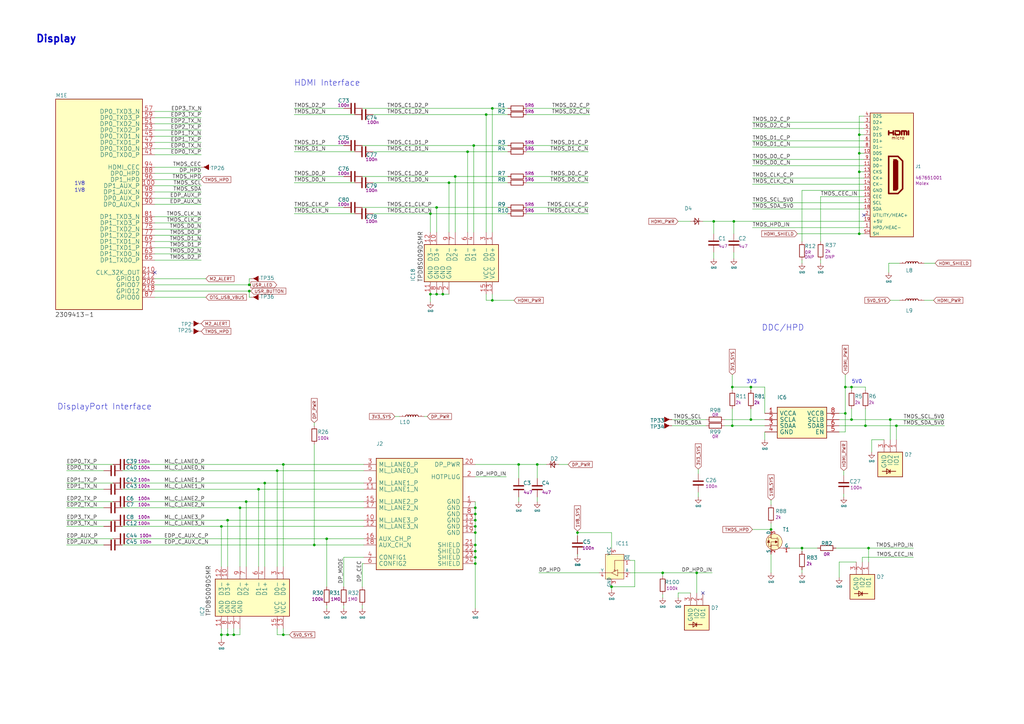
<source format=kicad_sch>
(kicad_sch (version 20211123) (generator eeschema)
  (paper "A3")
  (title_block (title "Jetson Nano Baseboard") (date "2022-02-04") (rev "1.5.1") (company "Antmicro Ltd") (comment 1 "www.antmicro.com") (comment 2 "Antmicro Ltd"))
  (junction (at 128.905 223.52))
  (junction (at 349.25 158.75))
  (junction (at 108.585 198.12))
  (junction (at 220.345 190.5))
  (junction (at 352.425 62.865))
  (junction (at 116.205 190.5))
  (junction (at 352.425 95.885))
  (junction (at 271.78 234.95))
  (junction (at 201.93 44.45))
  (junction (at 191.77 62.23))
  (junction (at 133.985 220.98))
  (junction (at 98.425 208.28))
  (junction (at 176.53 87.63))
  (junction (at 102.235 116.84))
  (junction (at 93.345 213.36))
  (junction (at 176.53 120.65))
  (junction (at 367.665 174.625))
  (junction (at 307.975 172.085))
  (junction (at 90.805 215.9))
  (junction (at 194.31 59.69))
  (junction (at 346.71 158.75))
  (junction (at 349.25 172.085))
  (junction (at 199.39 46.99))
  (junction (at 292.735 90.805))
  (junction (at 116.205 260.35))
  (junction (at 346.71 169.545))
  (junction (at 328.93 224.79))
  (junction (at 316.23 217.17))
  (junction (at 194.945 213.36))
  (junction (at 90.805 260.35))
  (junction (at 100.965 205.74))
  (junction (at 236.855 218.44))
  (junction (at 300.99 90.805))
  (junction (at 179.07 120.65))
  (junction (at 181.61 120.65))
  (junction (at 354.965 174.625))
  (junction (at 95.885 260.35))
  (junction (at 250.825 240.665))
  (junction (at 194.945 226.06))
  (junction (at 307.975 158.75))
  (junction (at 285.75 234.95))
  (junction (at 102.235 119.38))
  (junction (at 300.355 174.625))
  (junction (at 194.945 218.44))
  (junction (at 352.425 70.485))
  (junction (at 179.07 85.09))
  (junction (at 352.425 55.245))
  (junction (at 113.665 193.04))
  (junction (at 194.945 215.9))
  (junction (at 194.945 231.14))
  (junction (at 194.945 228.6))
  (junction (at 93.345 260.35))
  (junction (at 184.15 74.93))
  (junction (at 186.69 72.39))
  (junction (at 201.93 123.19))
  (junction (at 194.945 210.82))
  (junction (at 106.045 200.66))
  (junction (at 300.355 158.75))
  (junction (at 356.235 224.79))
  (junction (at 365.125 172.085))
  (junction (at 194.945 223.52))
  (junction (at 212.725 190.5))
  (junction (at 194.945 208.28))
  (no_connect (at 63.5 111.76))
  (no_connect (at 288.29 243.205))
  (no_connect (at 354.33 88.265))
  (wire (pts (xy 354.33 80.645) (xy 336.55 80.645)))
  (wire (pts (xy 95.885 260.35) (xy 98.425 260.35)))
  (wire (pts (xy 179.07 95.25) (xy 179.07 85.09)))
  (wire (pts (xy 149.225 213.36) (xy 93.345 213.36)))
  (wire (pts (xy 285.75 243.205) (xy 285.75 234.95)))
  (wire (pts (xy 344.17 172.085) (xy 349.25 172.085)))
  (wire (pts (xy 307.975 160.02) (xy 307.975 158.75)))
  (wire (pts (xy 220.345 196.215) (xy 220.345 190.5)))
  (wire (pts (xy 63.5 104.14) (xy 82.55 104.14)))
  (wire (pts (xy 186.69 72.39) (xy 208.28 72.39)))
  (wire (pts (xy 323.85 224.79) (xy 328.93 224.79)))
  (wire (pts (xy 352.425 55.245) (xy 352.425 62.865)))
  (wire (pts (xy 278.13 243.205) (xy 278.13 245.11)))
  (wire (pts (xy 63.5 93.98) (xy 82.55 93.98)))
  (wire (pts (xy 307.975 158.75) (xy 313.69 158.75)))
  (wire (pts (xy 283.21 243.205) (xy 278.13 243.205)))
  (wire (pts (xy 42.545 215.9) (xy 27.305 215.9)))
  (wire (pts (xy 346.71 177.165) (xy 344.17 177.165)))
  (wire (pts (xy 194.945 190.5) (xy 212.725 190.5)))
  (wire (pts (xy 349.25 158.75) (xy 354.965 158.75)))
  (wire (pts (xy 297.18 174.625) (xy 300.355 174.625)))
  (wire (pts (xy 354.965 174.625) (xy 367.665 174.625)))
  (wire (pts (xy 63.5 81.28) (xy 82.55 81.28)))
  (wire (pts (xy 116.205 190.5) (xy 53.975 190.5)))
  (wire (pts (xy 98.425 232.41) (xy 98.425 208.28)))
  (wire (pts (xy 102.87 121.92) (xy 102.235 121.92)))
  (wire (pts (xy 328.93 233.68) (xy 328.93 234.95)))
  (wire (pts (xy 344.17 169.545) (xy 346.71 169.545)))
  (wire (pts (xy 229.235 190.5) (xy 233.045 190.5)))
  (wire (pts (xy 186.69 95.25) (xy 186.69 72.39)))
  (wire (pts (xy 63.5 73.66) (xy 82.55 73.66)))
  (wire (pts (xy 356.235 224.79) (xy 374.65 224.79)))
  (wire (pts (xy 153.035 62.23) (xy 191.77 62.23)))
  (wire (pts (xy 300.99 90.805) (xy 354.33 90.805)))
  (wire (pts (xy 201.93 123.19) (xy 201.93 120.65)))
  (wire (pts (xy 308.61 217.17) (xy 316.23 217.17)))
  (wire (pts (xy 90.805 260.35) (xy 90.805 262.255)))
  (wire (pts (xy 292.735 90.805) (xy 300.99 90.805)))
  (wire (pts (xy 106.045 200.66) (xy 50.165 200.66)))
  (wire (pts (xy 63.5 88.9) (xy 82.55 88.9)))
  (wire (pts (xy 46.355 205.74) (xy 27.305 205.74)))
  (wire (pts (xy 236.855 218.44) (xy 236.855 219.71)))
  (wire (pts (xy 346.71 158.75) (xy 349.25 158.75)))
  (wire (pts (xy 102.235 114.3) (xy 102.235 116.84)))
  (wire (pts (xy 108.585 232.41) (xy 108.585 198.12)))
  (wire (pts (xy 260.35 229.87) (xy 260.35 240.665)))
  (wire (pts (xy 42.545 223.52) (xy 27.305 223.52)))
  (wire (pts (xy 271.78 234.95) (xy 285.75 234.95)))
  (wire (pts (xy 50.165 215.9) (xy 90.805 215.9)))
  (wire (pts (xy 63.5 76.2) (xy 82.55 76.2)))
  (wire (pts (xy 120.65 62.23) (xy 145.415 62.23)))
  (wire (pts (xy 95.885 260.35) (xy 95.885 257.81)))
  (wire (pts (xy 63.5 106.68) (xy 82.55 106.68)))
  (wire (pts (xy 63.5 83.82) (xy 82.55 83.82)))
  (wire (pts (xy 316.23 234.95) (xy 316.23 227.33)))
  (wire (pts (xy 140.97 85.09) (xy 120.65 85.09)))
  (wire (pts (xy 128.905 174.625) (xy 128.905 173.355)))
  (wire (pts (xy 292.735 95.885) (xy 292.735 90.805)))
  (wire (pts (xy 328.93 78.105) (xy 328.93 99.06)))
  (wire (pts (xy 220.345 190.5) (xy 224.155 190.5)))
  (wire (pts (xy 354.33 65.405) (xy 308.61 65.405)))
  (wire (pts (xy 354.33 75.565) (xy 308.61 75.565)))
  (wire (pts (xy 367.665 174.625) (xy 387.35 174.625)))
  (wire (pts (xy 93.345 213.36) (xy 53.975 213.36)))
  (wire (pts (xy 194.945 208.28) (xy 194.945 210.82)))
  (wire (pts (xy 236.855 227.33) (xy 236.855 227.965)))
  (wire (pts (xy 215.9 85.09) (xy 241.3 85.09)))
  (wire (pts (xy 250.825 240.665) (xy 250.825 241.935)))
  (wire (pts (xy 63.5 50.8) (xy 82.55 50.8)))
  (wire (pts (xy 356.235 230.505) (xy 356.235 224.79)))
  (wire (pts (xy 258.445 229.87) (xy 260.35 229.87)))
  (wire (pts (xy 364.49 107.95) (xy 364.49 111.76)))
  (wire (pts (xy 288.29 90.805) (xy 292.735 90.805)))
  (wire (pts (xy 352.425 70.485) (xy 352.425 95.885)))
  (wire (pts (xy 201.93 95.25) (xy 201.93 44.45)))
  (wire (pts (xy 176.53 95.25) (xy 176.53 87.63)))
  (wire (pts (xy 313.69 177.165) (xy 313.69 180.34)))
  (wire (pts (xy 148.59 248.285) (xy 148.59 249.555)))
  (wire (pts (xy 148.59 59.69) (xy 194.31 59.69)))
  (wire (pts (xy 145.415 87.63) (xy 120.65 87.63)))
  (wire (pts (xy 50.165 223.52) (xy 128.905 223.52)))
  (wire (pts (xy 194.945 213.36) (xy 194.945 215.9)))
  (wire (pts (xy 349.25 167.64) (xy 349.25 172.085)))
  (wire (pts (xy 300.355 153.67) (xy 300.355 158.75)))
  (wire (pts (xy 63.5 96.52) (xy 82.55 96.52)))
  (wire (pts (xy 148.59 44.45) (xy 201.93 44.45)))
  (wire (pts (xy 354.33 73.025) (xy 308.61 73.025)))
  (wire (pts (xy 176.53 87.63) (xy 208.28 87.63)))
  (wire (pts (xy 368.935 107.95) (xy 364.49 107.95)))
  (wire (pts (xy 140.97 44.45) (xy 120.65 44.45)))
  (wire (pts (xy 145.415 74.93) (xy 120.65 74.93)))
  (wire (pts (xy 379.095 123.19) (xy 382.905 123.19)))
  (wire (pts (xy 194.945 205.74) (xy 194.945 208.28)))
  (wire (pts (xy 215.9 62.23) (xy 241.3 62.23)))
  (wire (pts (xy 258.445 234.95) (xy 271.78 234.95)))
  (wire (pts (xy 328.93 107.95) (xy 328.93 106.68)))
  (wire (pts (xy 63.5 58.42) (xy 82.55 58.42)))
  (wire (pts (xy 102.235 116.84) (xy 102.87 116.84)))
  (wire (pts (xy 215.9 59.69) (xy 241.3 59.69)))
  (wire (pts (xy 63.5 116.84) (xy 102.235 116.84)))
  (wire (pts (xy 354.33 70.485) (xy 352.425 70.485)))
  (wire (pts (xy 354.33 50.165) (xy 308.61 50.165)))
  (wire (pts (xy 286.385 194.31) (xy 286.385 192.405)))
  (wire (pts (xy 63.5 119.38) (xy 102.235 119.38)))
  (wire (pts (xy 148.59 72.39) (xy 186.69 72.39)))
  (wire (pts (xy 212.725 190.5) (xy 220.345 190.5)))
  (wire (pts (xy 46.355 220.98) (xy 27.305 220.98)))
  (wire (pts (xy 140.97 228.6) (xy 140.97 240.665)))
  (wire (pts (xy 46.355 213.36) (xy 27.305 213.36)))
  (wire (pts (xy 145.415 46.99) (xy 120.65 46.99)))
  (wire (pts (xy 63.5 48.26) (xy 82.55 48.26)))
  (wire (pts (xy 275.59 174.625) (xy 289.56 174.625)))
  (wire (pts (xy 271.78 243.84) (xy 271.78 245.11)))
  (wire (pts (xy 53.975 198.12) (xy 108.585 198.12)))
  (wire (pts (xy 352.425 47.625) (xy 352.425 55.245)))
  (wire (pts (xy 173.99 170.815) (xy 175.26 170.815)))
  (wire (pts (xy 344.17 230.505) (xy 344.17 236.855)))
  (wire (pts (xy 212.725 205.74) (xy 212.725 203.835)))
  (wire (pts (xy 367.665 180.34) (xy 367.665 174.625)))
  (wire (pts (xy 149.225 228.6) (xy 140.97 228.6)))
  (wire (pts (xy 357.505 180.34) (xy 357.505 185.42)))
  (wire (pts (xy 194.31 59.69) (xy 208.28 59.69)))
  (wire (pts (xy 116.205 260.35) (xy 113.665 260.35)))
  (wire (pts (xy 215.9 87.63) (xy 241.3 87.63)))
  (wire (pts (xy 300.99 103.505) (xy 300.99 106.045)))
  (wire (pts (xy 354.33 85.725) (xy 308.61 85.725)))
  (wire (pts (xy 93.345 260.35) (xy 95.885 260.35)))
  (wire (pts (xy 63.5 55.88) (xy 82.55 55.88)))
  (wire (pts (xy 194.945 195.58) (xy 207.645 195.58)))
  (wire (pts (xy 278.13 90.805) (xy 283.21 90.805)))
  (wire (pts (xy 336.55 106.68) (xy 336.55 107.95)))
  (wire (pts (xy 42.545 200.66) (xy 27.305 200.66)))
  (wire (pts (xy 352.425 62.865) (xy 352.425 70.485)))
  (wire (pts (xy 215.9 46.99) (xy 241.935 46.99)))
  (wire (pts (xy 260.35 240.665) (xy 250.825 240.665)))
  (wire (pts (xy 102.235 119.38) (xy 102.87 119.38)))
  (wire (pts (xy 374.65 228.6) (xy 353.695 228.6)))
  (wire (pts (xy 93.345 232.41) (xy 93.345 213.36)))
  (wire (pts (xy 116.205 257.81) (xy 116.205 260.35)))
  (wire (pts (xy 201.93 44.45) (xy 208.28 44.45)))
  (wire (pts (xy 307.975 172.085) (xy 313.69 172.085)))
  (wire (pts (xy 271.78 236.22) (xy 271.78 234.95)))
  (wire (pts (xy 286.385 203.835) (xy 286.385 201.93)))
  (wire (pts (xy 215.9 72.39) (xy 241.3 72.39)))
  (wire (pts (xy 63.5 121.92) (xy 84.455 121.92)))
  (wire (pts (xy 153.035 87.63) (xy 176.53 87.63)))
  (wire (pts (xy 46.355 198.12) (xy 27.305 198.12)))
  (wire (pts (xy 316.23 214.63) (xy 316.23 217.17)))
  (wire (pts (xy 63.5 78.74) (xy 82.55 78.74)))
  (wire (pts (xy 90.805 257.81) (xy 90.805 260.35)))
  (wire (pts (xy 176.53 120.65) (xy 176.53 123.825)))
  (wire (pts (xy 300.355 158.75) (xy 307.975 158.75)))
  (wire (pts (xy 292.735 106.045) (xy 292.735 103.505)))
  (wire (pts (xy 148.59 85.09) (xy 179.07 85.09)))
  (wire (pts (xy 42.545 208.28) (xy 27.305 208.28)))
  (wire (pts (xy 352.425 95.885) (xy 327.025 95.885)))
  (wire (pts (xy 42.545 193.04) (xy 27.305 193.04)))
  (wire (pts (xy 113.665 193.04) (xy 50.165 193.04)))
  (wire (pts (xy 353.695 228.6) (xy 353.695 230.505)))
  (wire (pts (xy 133.985 220.98) (xy 133.985 240.665)))
  (wire (pts (xy 365.125 180.34) (xy 365.125 172.085)))
  (wire (pts (xy 63.5 53.34) (xy 82.55 53.34)))
  (wire (pts (xy 149.225 190.5) (xy 116.205 190.5)))
  (wire (pts (xy 346.075 203.835) (xy 346.075 202.565)))
  (wire (pts (xy 285.75 234.95) (xy 292.1 234.95)))
  (wire (pts (xy 133.985 220.98) (xy 53.975 220.98)))
  (wire (pts (xy 149.225 200.66) (xy 106.045 200.66)))
  (wire (pts (xy 140.97 248.285) (xy 140.97 249.555)))
  (wire (pts (xy 63.5 71.12) (xy 82.55 71.12)))
  (wire (pts (xy 118.745 260.35) (xy 116.205 260.35)))
  (wire (pts (xy 354.33 93.345) (xy 308.61 93.345)))
  (wire (pts (xy 308.61 57.785) (xy 354.33 57.785)))
  (wire (pts (xy 120.65 59.69) (xy 140.97 59.69)))
  (wire (pts (xy 212.725 196.215) (xy 212.725 190.5)))
  (wire (pts (xy 113.665 232.41) (xy 113.665 193.04)))
  (wire (pts (xy 63.5 60.96) (xy 82.55 60.96)))
  (wire (pts (xy 100.965 205.74) (xy 53.975 205.74)))
  (wire (pts (xy 194.945 210.82) (xy 194.945 213.36)))
  (wire (pts (xy 194.945 215.9) (xy 194.945 218.44)))
  (wire (pts (xy 191.77 95.25) (xy 191.77 62.23)))
  (wire (pts (xy 236.855 218.44) (xy 250.825 218.44)))
  (wire (pts (xy 351.155 230.505) (xy 344.17 230.505)))
  (wire (pts (xy 379.095 107.95) (xy 383.54 107.95)))
  (wire (pts (xy 194.945 228.6) (xy 194.945 231.14)))
  (wire (pts (xy 149.225 220.98) (xy 133.985 220.98)))
  (wire (pts (xy 336.55 80.645) (xy 336.55 99.06)))
  (wire (pts (xy 354.33 60.325) (xy 308.61 60.325)))
  (wire (pts (xy 354.33 67.945) (xy 308.61 67.945)))
  (wire (pts (xy 316.23 205.105) (xy 316.23 207.01)))
  (wire (pts (xy 199.39 95.25) (xy 199.39 46.99)))
  (wire (pts (xy 344.17 174.625) (xy 354.965 174.625)))
  (wire (pts (xy 300.355 160.02) (xy 300.355 158.75)))
  (wire (pts (xy 349.25 160.02) (xy 349.25 158.75)))
  (wire (pts (xy 308.61 52.705) (xy 354.33 52.705)))
  (polyline (pts (xy 807.5422 828.4972) (xy 810.4886 828.4972)))
  (wire (pts (xy 354.33 62.865) (xy 352.425 62.865)))
  (wire (pts (xy 149.225 208.28) (xy 98.425 208.28)))
  (wire (pts (xy 194.945 223.52) (xy 194.945 226.06)))
  (wire (pts (xy 199.39 123.19) (xy 201.93 123.19)))
  (wire (pts (xy 346.075 194.945) (xy 346.075 193.04)))
  (wire (pts (xy 346.71 158.75) (xy 346.71 169.545)))
  (wire (pts (xy 184.15 74.93) (xy 208.28 74.93)))
  (wire (pts (xy 184.15 95.25) (xy 184.15 74.93)))
  (wire (pts (xy 352.425 95.885) (xy 354.33 95.885)))
  (wire (pts (xy 90.805 215.9) (xy 149.225 215.9)))
  (wire (pts (xy 93.345 260.35) (xy 93.345 257.81)))
  (wire (pts (xy 63.5 101.6) (xy 82.55 101.6)))
  (wire (pts (xy 199.39 120.65) (xy 199.39 123.19)))
  (wire (pts (xy 342.9 224.79) (xy 356.235 224.79)))
  (wire (pts (xy 300.355 174.625) (xy 313.69 174.625)))
  (wire (pts (xy 362.585 180.34) (xy 357.505 180.34)))
  (wire (pts (xy 102.235 121.92) (xy 102.235 119.38)))
  (wire (pts (xy 236.855 217.805) (xy 236.855 218.44)))
  (wire (pts (xy 297.18 172.085) (xy 307.975 172.085)))
  (wire (pts (xy 128.905 182.245) (xy 128.905 223.52)))
  (wire (pts (xy 63.5 114.3) (xy 84.455 114.3)))
  (wire (pts (xy 153.035 74.93) (xy 184.15 74.93)))
  (wire (pts (xy 307.975 167.64) (xy 307.975 172.085)))
  (wire (pts (xy 46.355 190.5) (xy 27.305 190.5)))
  (wire (pts (xy 250.825 240.03) (xy 250.825 240.665)))
  (wire (pts (xy 354.965 167.64) (xy 354.965 174.625)))
  (wire (pts (xy 194.31 95.25) (xy 194.31 59.69)))
  (wire (pts (xy 354.33 55.245) (xy 352.425 55.245)))
  (wire (pts (xy 349.25 172.085) (xy 365.125 172.085)))
  (wire (pts (xy 149.225 193.04) (xy 113.665 193.04)))
  (wire (pts (xy 176.53 120.65) (xy 179.07 120.65)))
  (wire (pts (xy 215.9 44.45) (xy 241.935 44.45)))
  (wire (pts (xy 116.205 232.41) (xy 116.205 190.5)))
  (wire (pts (xy 220.345 205.74) (xy 220.345 203.835)))
  (wire (pts (xy 179.07 120.65) (xy 181.61 120.65)))
  (wire (pts (xy 153.035 46.99) (xy 199.39 46.99)))
  (wire (pts (xy 328.93 224.79) (xy 335.28 224.79)))
  (wire (pts (xy 149.225 205.74) (xy 100.965 205.74)))
  (wire (pts (xy 98.425 208.28) (xy 50.165 208.28)))
  (wire (pts (xy 250.825 218.44) (xy 250.825 224.79)))
  (wire (pts (xy 63.5 45.72) (xy 82.804 45.72)))
  (wire (pts (xy 300.99 95.885) (xy 300.99 90.805)))
  (wire (pts (xy 100.965 232.41) (xy 100.965 205.74)))
  (wire (pts (xy 201.93 123.19) (xy 210.82 123.19)))
  (wire (pts (xy 346.71 169.545) (xy 346.71 177.165)))
  (wire (pts (xy 106.045 232.41) (xy 106.045 200.66)))
  (wire (pts (xy 149.225 231.14) (xy 148.59 231.14)))
  (wire (pts (xy 113.665 260.35) (xy 113.665 257.81)))
  (wire (pts (xy 346.71 153.67) (xy 346.71 158.75)))
  (wire (pts (xy 220.98 234.95) (xy 245.745 234.95)))
  (wire (pts (xy 148.59 231.14) (xy 148.59 240.665)))
  (wire (pts (xy 191.77 62.23) (xy 208.28 62.23)))
  (wire (pts (xy 328.93 226.06) (xy 328.93 224.79)))
  (wire (pts (xy 365.125 123.19) (xy 368.935 123.19)))
  (wire (pts (xy 102.87 114.3) (xy 102.235 114.3)))
  (wire (pts (xy 90.805 260.35) (xy 93.345 260.35)))
  (wire (pts (xy 194.945 231.14) (xy 194.945 249.555)))
  (wire (pts (xy 63.5 68.58) (xy 82.55 68.58)))
  (wire (pts (xy 133.985 249.555) (xy 133.985 248.285)))
  (wire (pts (xy 199.39 46.99) (xy 208.28 46.99)))
  (wire (pts (xy 63.5 63.5) (xy 82.55 63.5)))
  (wire (pts (xy 179.07 85.09) (xy 208.28 85.09)))
  (wire (pts (xy 140.97 72.39) (xy 120.65 72.39)))
  (wire (pts (xy 163.83 170.815) (xy 161.925 170.815)))
  (wire (pts (xy 63.5 99.06) (xy 82.55 99.06)))
  (wire (pts (xy 128.905 223.52) (xy 149.225 223.52)))
  (wire (pts (xy 181.61 120.65) (xy 184.15 120.65)))
  (wire (pts (xy 275.59 172.085) (xy 289.56 172.085)))
  (wire (pts (xy 354.33 83.185) (xy 308.61 83.185)))
  (wire (pts (xy 365.125 172.085) (xy 387.35 172.085)))
  (wire (pts (xy 98.425 260.35) (xy 98.425 257.81)))
  (wire (pts (xy 108.585 198.12) (xy 149.225 198.12)))
  (wire (pts (xy 194.945 226.06) (xy 194.945 228.6)))
  (wire (pts (xy 300.355 167.64) (xy 300.355 174.625)))
  (wire (pts (xy 63.5 91.44) (xy 82.55 91.44)))
  (wire (pts (xy 215.9 74.93) (xy 241.3 74.93)))
  (wire (pts (xy 194.945 218.44) (xy 194.945 223.52)))
  (wire (pts (xy 328.93 78.105) (xy 354.33 78.105)))
  (wire (pts (xy 313.69 169.545) (xy 313.69 158.75)))
  (wire (pts (xy 354.965 160.02) (xy 354.965 158.75)))
  (wire (pts (xy 90.805 232.41) (xy 90.805 215.9)))
  (wire (pts (xy 354.33 47.625) (xy 352.425 47.625)))
  (text "DisplayPort Interface" (at 23.4442 168.3512 0) (effects (font (size 2.4384 2.4384)) (justify left bottom)))
  (text "5V0" (at 349.25 157.48 0) (effects (font (size 1.524 1.524)) (justify left bottom)))
  (text "Display" (at 14.605 17.78 0) (effects (font (size 2.9972 2.9972) (thickness 0.5994) bold) (justify left bottom)))
  (text "1V8" (at 30.48 78.994 0) (effects (font (size 1.524 1.524)) (justify left bottom)))
  (text "3V3" (at 306.07 157.48 0) (effects (font (size 1.524 1.524)) (justify left bottom)))
  (text "1V8" (at 30.48 76.2 0) (effects (font (size 1.524 1.524)) (justify left bottom)))
  (text "Text" (at 67.7926 1253.8202 0) (effects (font (size 1.524 1.524)) (justify left bottom)))
  (text "Text" (at 67.7926 1253.8202 0) (effects (font (size 1.524 1.524)) (justify left bottom)))
  (text "HDMI Interface" (at 120.65 35.56 0) (effects (font (size 2.4384 2.4384)) (justify left bottom)))
  (text "DDC/HPD" (at 312.3692 135.9662 0) (effects (font (size 2.4384 2.4384)) (justify left bottom)))
  (label "EDP_AUX_N" (at 27.305 223.52 0) (effects (font (size 1.524 1.524))))
  (label "EDP1_TX_P" (at 27.305 198.12 0) (effects (font (size 1.524 1.524))))
  (label "TMDS_HPD" (at 82.55 73.66 180) (effects (font (size 1.524 1.524))))
  (label "EDP0_TX_P" (at 82.55 63.5 180) (effects (font (size 1.524 1.524))))
  (label "TMDS_CEC_IN" (at 336.55 80.645 0) (effects (font (size 1.524 1.524))))
  (label "TMDS_C1_D1_N" (at 158.75 62.23 0) (effects (font (size 1.524 1.524))))
  (label "TMDS_C1_D0_N" (at 158.75 74.93 0) (effects (font (size 1.524 1.524))))
  (label "DP_HPD" (at 220.98 234.95 0) (effects (font (size 1.524 1.524))))
  (label "2309413-1" (at 22.606 130.556 0) (effects (font (size 1.778 1.778))))
  (label "TMDS_D1_P" (at 82.55 101.6 180) (effects (font (size 1.524 1.524))))
  (label "TMDS_C1_D2_P" (at 158.75 44.45 0) (effects (font (size 1.524 1.524))))
  (label "TMDS_D0_N" (at 120.65 74.93 0) (effects (font (size 1.524 1.524))))
  (label "TMDS_D2_N" (at 120.65 46.99 0) (effects (font (size 1.524 1.524))))
  (label "TMDS_C1_D0_P" (at 158.75 72.39 0) (effects (font (size 1.524 1.524))))
  (label "TMDS_D2_C_N" (at 308.61 52.705 0) (effects (font (size 1.524 1.524))))
  (label "TMDS_SCL" (at 276.225 172.085 0) (effects (font (size 1.524 1.524))))
  (label "TMDS_D2_C_P" (at 308.61 50.165 0) (effects (font (size 1.524 1.524))))
  (label "EDP3_TX_N" (at 27.305 215.9 0) (effects (font (size 1.524 1.524))))
  (label "TMDS_D1_C_P" (at 241.3 59.69 180) (effects (font (size 1.524 1.524))))
  (label "TMDS_D0_C_N" (at 241.3 74.93 180) (effects (font (size 1.524 1.524))))
  (label "TMDS_SCL_5V0" (at 308.61 83.185 0) (effects (font (size 1.524 1.524))))
  (label "TMDS_D1_N" (at 82.55 99.06 180) (effects (font (size 1.524 1.524))))
  (label "ML_C_LANE2_N" (at 67.31 208.28 0) (effects (font (size 1.524 1.524))))
  (label "EDP1_TX_N" (at 82.55 55.88 180) (effects (font (size 1.524 1.524))))
  (label "TMDS_D1_C_P" (at 308.61 57.785 0) (effects (font (size 1.524 1.524))))
  (label "ML_C_LANE1_P" (at 67.31 198.12 0) (effects (font (size 1.524 1.524))))
  (label "TMDS_SDA" (at 276.225 174.625 0) (effects (font (size 1.524 1.524))))
  (label "TMDS_D2_C_P" (at 241.935 44.45 180) (effects (font (size 1.524 1.524))))
  (label "EDP1_TX_P" (at 82.55 58.42 180) (effects (font (size 1.524 1.524))))
  (label "TMDS_D2_P" (at 120.65 44.45 0) (effects (font (size 1.524 1.524))))
  (label "TMDS_D2_C_N" (at 241.935 46.99 180) (effects (font (size 1.524 1.524))))
  (label "EDP_C_AUX_C_P" (at 67.31 220.98 0) (effects (font (size 1.524 1.524))))
  (label "TMDS_CLK_N" (at 82.55 88.9 180) (effects (font (size 1.524 1.524))))
  (label "TMDS_D0_P" (at 120.65 72.39 0) (effects (font (size 1.524 1.524))))
  (label "TMDS_D0_C_P" (at 241.3 72.39 180) (effects (font (size 1.524 1.524))))
  (label "TMDS_D1_C_N" (at 241.3 62.23 180) (effects (font (size 1.524 1.524))))
  (label "TMDS_C1_D1_P" (at 158.75 59.69 0) (effects (font (size 1.524 1.524))))
  (label "DP_CEC" (at 148.59 238.76 90) (effects (font (size 1.524 1.524))))
  (label "ML_C_LANE3_N" (at 67.31 215.9 0) (effects (font (size 1.524 1.524))))
  (label "EDP0_TX_N" (at 27.305 193.04 0) (effects (font (size 1.524 1.524))))
  (label "EDP2_TX_N" (at 27.305 208.28 0) (effects (font (size 1.524 1.524))))
  (label "EDP_C_AUX_C_N" (at 67.31 223.52 0) (effects (font (size 1.524 1.524))))
  (label "TMDS_D1_P" (at 120.65 59.69 0) (effects (font (size 1.524 1.524))))
  (label "TMDS_D0_N" (at 82.55 93.98 180) (effects (font (size 1.524 1.524))))
  (label "TMDS_C1_CLK_N" (at 158.75 87.63 0) (effects (font (size 1.524 1.524))))
  (label "TMDS_CLK_C_N" (at 308.61 75.565 0) (effects (font (size 1.524 1.524))))
  (label "TMDS_CEC_IN" (at 374.65 228.6 180) (effects (font (size 1.524 1.524))))
  (label "ML_C_LANE0_P" (at 67.31 190.5 0) (effects (font (size 1.524 1.524))))
  (label "DP_HPD" (at 82.55 71.12 180) (effects (font (size 1.524 1.524))))
  (label "ML_C_LANE2_P" (at 67.31 205.74 0) (effects (font (size 1.524 1.524))))
  (label "EDP3_TX_P" (at 82.55 48.26 180) (effects (font (size 1.524 1.524))))
  (label "TPD8S009DSMR" (at 173.9392 115.6462 90) (effects (font (size 1.778 1.778))))
  (label "ML_C_LANE1_N" (at 67.31 200.66 0) (effects (font (size 1.524 1.524))))
  (label "EDP3_TX_P" (at 27.305 213.36 0) (effects (font (size 1.524 1.524))))
  (label "TMDS_CLK_N" (at 120.65 87.63 0) (effects (font (size 1.524 1.524))))
  (label "EDP2_TX_P" (at 27.305 205.74 0) (effects (font (size 1.524 1.524))))
  (label "EDP0_TX_N" (at 82.55 60.96 180) (effects (font (size 1.524 1.524))))
  (label "ML_C_LANE3_P" (at 67.31 213.36 0) (effects (font (size 1.524 1.524))))
  (label "DP_MODE" (at 140.97 239.395 90) (effects (font (size 1.524 1.524))))
  (label "TPD8S009DSMR" (at 86.995 252.73 90) (effects (font (size 1.778 1.778))))
  (label "TMDS_C1_CLK_P" (at 158.75 85.09 0) (effects (font (size 1.524 1.524))))
  (label "EDP2_TX_P" (at 82.55 53.34 180) (effects (font (size 1.524 1.524))))
  (label "TMDS_CEC" (at 82.55 68.58 180) (effects (font (size 1.524 1.524))))
  (label "TMDS_HPD_IN" (at 374.65 224.79 180) (effects (font (size 1.524 1.524))))
  (label "ML_C_LANE0_N" (at 67.31 193.04 0) (effects (font (size 1.524 1.524))))
  (label "EDP3_TX_N" (at 82.804 45.72 180) (effects (font (size 1.524 1.524))))
  (label "TMDS_SDA_5V0" (at 387.35 174.625 180) (effects (font (size 1.524 1.524))))
  (label "TMDS_D2_N" (at 82.55 104.14 180) (effects (font (size 1.524 1.524))))
  (label "TMDS_D0_P" (at 82.55 96.52 180) (effects (font (size 1.524 1.524))))
  (label "TMDS_C1_D2_N" (at 158.75 46.99 0) (effects (font (size 1.524 1.524))))
  (label "EDP_AUX_N" (at 82.55 83.82 180) (effects (font (size 1.524 1.524))))
  (label "TMDS_CLK_P" (at 120.65 85.09 0) (effects (font (size 1.524 1.524))))
  (label "TMDS_SCL" (at 82.55 76.2 180) (effects (font (size 1.524 1.524))))
  (label "TMDS_D1_N" (at 120.65 62.23 0) (effects (font (size 1.524 1.524))))
  (label "EDP0_TX_P" (at 27.305 190.5 0) (effects (font (size 1.524 1.524))))
  (label "TMDS_SDA" (at 82.55 78.74 180) (effects (font (size 1.524 1.524))))
  (label "TMDS_SDA_5V0" (at 308.61 85.725 0) (effects (font (size 1.524 1.524))))
  (label "TMDS_SCL_5V0" (at 387.35 172.085 180) (effects (font (size 1.524 1.524))))
  (label "EDP_AUX_P" (at 82.55 81.28 180) (effects (font (size 1.524 1.524))))
  (label "TMDS_D0_C_N" (at 308.61 67.945 0) (effects (font (size 1.524 1.524))))
  (label "TMDS_HPD_IN" (at 308.61 93.345 0) (effects (font (size 1.524 1.524))))
  (label "TMDS_CLK_C_N" (at 241.3 87.63 180) (effects (font (size 1.524 1.524))))
  (label "EDP2_TX_N" (at 82.55 50.8 180) (effects (font (size 1.524 1.524))))
  (label "TMDS_D2_P" (at 82.55 106.68 180) (effects (font (size 1.524 1.524))))
  (label "EDP_AUX_P" (at 27.305 220.98 0) (effects (font (size 1.524 1.524))))
  (label "TMDS_CLK_C_P" (at 308.61 73.025 0) (effects (font (size 1.524 1.524))))
  (label "TMDS_CLK_C_P" (at 241.3 85.09 180) (effects (font (size 1.524 1.524))))
  (label "DP_HPD_IN" (at 292.1 234.95 180) (effects (font (size 1.524 1.524))))
  (label "DP_HPD_IN" (at 207.645 195.58 180) (effects (font (size 1.524 1.524))))
  (label "TMDS_D1_C_N" (at 308.61 60.325 0) (effects (font (size 1.524 1.524))))
  (label "TMDS_D0_C_P" (at 308.61 65.405 0) (effects (font (size 1.524 1.524))))
  (label "EDP1_TX_N" (at 27.305 200.66 0) (effects (font (size 1.524 1.524))))
  (label "TMDS_CLK_P" (at 82.55 91.44 180) (effects (font (size 1.524 1.524))))
  (global_label "TMDS_HPD" (shape input) (at 308.61 217.17 180) (property "Intersheet References" "${INTERSHEET_REFS}" (effects hide)))
  (global_label "HDMI_PWR" (shape input) (at 346.71 153.67 90) (property "Intersheet References" "${INTERSHEET_REFS}" (effects hide)))
  (global_label "USR_BUTTON" (shape input) (at 102.87 119.38 0) (property "Intersheet References" "${INTERSHEET_REFS}" (effects hide)))
  (global_label "HDMI_SHIELD" (shape input) (at 383.54 107.95 0) (property "Intersheet References" "${INTERSHEET_REFS}" (effects hide)))
  (global_label "3V3_SYS" (shape input) (at 286.385 192.405 90) (property "Intersheet References" "${INTERSHEET_REFS}" (effects hide)))
  (global_label "HDMI_PWR" (shape input) (at 346.075 193.04 90) (property "Intersheet References" "${INTERSHEET_REFS}" (effects hide)))
  (global_label "OTG_USB_VBUS" (shape input) (at 84.455 121.92 0) (property "Intersheet References" "${INTERSHEET_REFS}" (effects hide)))
  (global_label "DP_PWR" (shape input) (at 128.905 173.355 90) (property "Intersheet References" "${INTERSHEET_REFS}" (effects hide)))
  (global_label "3V3_SYS" (shape input) (at 300.355 153.67 90) (property "Intersheet References" "${INTERSHEET_REFS}" (effects hide)))
  (global_label "DP_PWR" (shape input) (at 233.045 190.5 0) (property "Intersheet References" "${INTERSHEET_REFS}" (effects hide)))
  (global_label "HDMI_PWR" (shape input) (at 278.13 90.805 180) (property "Intersheet References" "${INTERSHEET_REFS}" (effects hide)))
  (global_label "5V0_SYS" (shape input) (at 118.745 260.35 0) (property "Intersheet References" "${INTERSHEET_REFS}" (effects hide)))
  (global_label "TMDS_HPD" (shape input) (at 82.55 73.66 0) (property "Intersheet References" "${INTERSHEET_REFS}" (effects hide)))
  (global_label "1V8_SYS" (shape input) (at 316.23 205.105 90) (property "Intersheet References" "${INTERSHEET_REFS}" (effects hide)))
  (global_label "DP_PWR" (shape input) (at 175.26 170.815 0) (property "Intersheet References" "${INTERSHEET_REFS}" (effects hide)))
  (global_label "1V8_SYS" (shape input) (at 236.855 217.805 90) (property "Intersheet References" "${INTERSHEET_REFS}" (effects hide)))
  (global_label "HDMI_PWR" (shape input) (at 210.82 123.19 0) (property "Intersheet References" "${INTERSHEET_REFS}" (effects hide)))
  (global_label "USR_LED" (shape output) (at 102.87 116.84 0) (property "Intersheet References" "${INTERSHEET_REFS}" (effects hide)))
  (global_label "M2_ALERT" (shape input) (at 84.455 114.3 0) (property "Intersheet References" "${INTERSHEET_REFS}" (effects hide)))
  (global_label "HDMI_PWR" (shape input) (at 382.905 123.19 0) (property "Intersheet References" "${INTERSHEET_REFS}" (effects hide)))
  (global_label "M2_ALERT" (shape input) (at 82.55 132.715 0) (property "Intersheet References" "${INTERSHEET_REFS}" (effects hide)))
  (global_label "TMDS_HPD" (shape input) (at 82.55 135.89 0) (property "Intersheet References" "${INTERSHEET_REFS}" (effects hide)))
  (global_label "HDMI_SHIELD" (shape input) (at 327.025 95.885 180) (property "Intersheet References" "${INTERSHEET_REFS}" (effects hide)))
  (global_label "5V0_SYS" (shape input) (at 365.125 123.19 180) (property "Intersheet References" "${INTERSHEET_REFS}" (effects hide)))
  (global_label "3V3_SYS" (shape input) (at 161.925 170.815 180) (property "Intersheet References" "${INTERSHEET_REFS}" (effects hide)))
  (symbol (lib_id "jetson-nano-baseboard:PCA9517ADP") (at 328.93 172.085 0) (unit 1)
    (property "Reference" "IC6" (at 318.77 163.83 0) (effects (font (size 1.524 1.524)) (justify left bottom)))
    (property "MPN" "PCA9517ADP" (effects hide))
    (property "Manufacturer" "NXP" (effects hide))
  )
  (symbol (lib_id "jetson-nano-baseboard:Jetson-Nano-new-release") (at 67.31 54.61 0) (mirror y) (unit 5)
    (property "Reference" "M1" (at 22.86 40.005 0) (effects (font (size 1.524 1.524)) (justify right bottom)))
    (property "PartSymbol" "2309413-1" (effects hide))
    (property "MPN" "2309413-1" (effects hide))
    (property "Manufacturer" "TE" (effects hide))
  )
  (symbol (lib_id "jetson-nano-baseboard:Testpad") (at 81.28 135.89 90) (unit 1)
    (property "Reference" "TP25" (at 78.74 134.62 90) (effects (font (size 1.524 1.524)) (justify left bottom)))
    (property "MPN" "N/A" (effects hide))
    (property "Manufacturer" "N/A" (effects hide))
  )
  (symbol (lib_id "jetson-nano-baseboard:Testpad") (at 83.82 68.58 270) (unit 1)
    (property "Reference" "TP26" (at 86.36 69.85 90) (effects (font (size 1.524 1.524)) (justify left bottom)))
    (property "MPN" "N/A" (effects hide))
    (property "Manufacturer" "N/A" (effects hide))
  )
  (symbol (lib_id "jetson-nano-baseboard:Testpad") (at 274.32 172.085 90) (unit 1)
    (property "Reference" "TP33" (at 266.7 173.355 90) (effects (font (size 1.524 1.524)) (justify right top)))
    (property "MPN" "N/A" (effects hide))
    (property "Manufacturer" "N/A" (effects hide))
  )
  (symbol (lib_id "jetson-nano-baseboard:Testpad") (at 274.32 174.625 90) (unit 1)
    (property "Reference" "TP34" (at 266.7 175.895 90) (effects (font (size 1.524 1.524)) (justify right top)))
    (property "MPN" "N/A" (effects hide))
    (property "Manufacturer" "N/A" (effects hide))
  )
  (symbol (lib_id "jetson-nano-baseboard:Testpad") (at 81.28 132.715 90) (unit 1)
    (property "Reference" "TP2" (at 78.6892 132.1562 90) (effects (font (size 1.524 1.524)) (justify left bottom)))
    (property "MPN" "N/A" (effects hide))
    (property "Manufacturer" "N/A" (effects hide))
  )
  (symbol (lib_id "jetson-nano-baseboard:Testpad") (at 104.14 114.3 270) (unit 1)
    (property "Reference" "TP35" (at 106.68 114.935 90) (effects (font (size 1.524 1.524)) (justify left bottom)))
    (property "MPN" "N/A" (effects hide))
    (property "Manufacturer" "N/A" (effects hide))
  )
  (symbol (lib_id "jetson-nano-baseboard:Testpad") (at 104.14 121.92 270) (unit 1)
    (property "Reference" "TP36" (at 106.68 122.555 90) (effects (font (size 1.524 1.524)) (justify left bottom)))
    (property "MPN" "N/A" (effects hide))
    (property "Manufacturer" "N/A" (effects hide))
  )
  (symbol (lib_id "jetson-nano-baseboard:BLM18SG121TN1D") (at 168.91 170.815 0) (unit 1)
    (property "Reference" "L10" (at 163.83 173.99 0) (effects (font (size 1.524 1.524)) (justify left bottom)))
    (property "Manufacturer" "Murata" (effects hide))
    (property "MPN" "BLM18SG121TN1D" (effects hide))
  )
  (symbol (lib_id "jetson-nano-baseboard:TPD8S009") (at 189.23 107.95 270) (unit 1)
    (property "Reference" "IC18" (at 170.2308 115.4938 0) (effects (font (size 1.524 1.524)) (justify right top)))
    (property "Manufacturer" "Texas Instruments" (effects hide))
    (property "PartSymbol" "TPD8S009DSMR" (effects hide))
    (property "MPN" "TPD8S009DSMR" (effects hide))
  )
  (symbol (lib_id "jetson-nano-baseboard:BLM18SG121TN1D") (at 374.015 123.19 0) (unit 1)
    (property "Reference" "L9" (at 371.475 128.27 0) (effects (font (size 1.524 1.524)) (justify left bottom)))
    (property "Manufacturer" "Murata" (effects hide))
    (property "MPN" "BLM18SG121TN1D" (effects hide))
  )
  (symbol (lib_id "jetson-nano-baseboard:BLM18SG121TN1D") (at 374.015 107.95 0) (unit 1)
    (property "Reference" "L8" (at 371.475 111.76 0) (effects (font (size 1.524 1.524)) (justify left bottom)))
    (property "Manufacturer" "Murata" (effects hide))
    (property "MPN" "BLM18SG121TN1D" (effects hide))
  )
  (symbol (lib_id "jetson-nano-baseboard:miniDP") (at 172.085 210.82 0) (unit 1)
    (property "Reference" "J2" (at 154.305 182.88 0) (effects (font (size 1.524 1.524)) (justify left bottom)))
    (property "Manufacturer" "TE" (effects hide))
    (property "MPN" "2309413-1" (effects hide))
  )
  (symbol (lib_id "jetson-nano-baseboard:TPD8S009") (at 103.505 245.11 270) (unit 1)
    (property "Reference" "IC2" (at 83.82 252.73 0) (effects (font (size 1.524 1.524)) (justify right top)))
    (property "Manufacturer" "Texas Instruments" (effects hide))
    (property "PartSymbol" "TPD8S009DSMR" (effects hide))
    (property "MPN" "TPD8S009DSMR" (effects hide))
  )
  (symbol (lib_id "jetson-nano-baseboard:diode") (at 226.695 190.5 90) (unit 1)
    (property "Reference" "D2" (at 225.679 188.976 90) (effects (font (size 1.524 1.524)) (justify right top)))
    (property "MPN" "1N4148WS" (effects hide))
    (property "Manufacturer" "ON Semiconductor" (effects hide))
  )
  (symbol (lib_id "jetson-nano-baseboard:diode") (at 285.75 90.805 270) (unit 1)
    (property "Reference" "D4" (at 280.67 86.36 90) (effects (font (size 1.524 1.524)) (justify left bottom)))
    (property "MPN" "1N4148WS" (effects hide))
    (property "Manufacturer" "ON Semiconductor" (effects hide))
  )
  (symbol (lib_id "jetson-nano-baseboard:GND") (at 271.78 245.11 0) (unit 1)
    (property "Reference" "#GND_0144" (effects hide))
  )
  (symbol (lib_id "jetson-nano-baseboard:GND") (at 278.13 245.11 0) (unit 1)
    (property "Reference" "#GND_0143" (effects hide))
  )
  (symbol (lib_id "jetson-nano-baseboard:GND") (at 236.855 227.965 0) (unit 1)
    (property "Reference" "#GND_0142" (effects hide))
  )
  (symbol (lib_id "jetson-nano-baseboard:GND") (at 212.725 205.74 0) (unit 1)
    (property "Reference" "#GND_0140" (effects hide))
  )
  (symbol (lib_id "jetson-nano-baseboard:GND") (at 220.345 205.74 0) (unit 1)
    (property "Reference" "#GND_0139" (effects hide))
  )
  (symbol (lib_id "jetson-nano-baseboard:GND") (at 357.505 185.42 0) (unit 1)
    (property "Reference" "#GND_0138" (effects hide))
  )
  (symbol (lib_id "jetson-nano-baseboard:GND") (at 344.17 236.855 0) (unit 1)
    (property "Reference" "#GND_0137" (effects hide))
  )
  (symbol (lib_id "jetson-nano-baseboard:GND") (at 328.93 107.95 0) (unit 1)
    (property "Reference" "#GND_0136" (effects hide))
  )
  (symbol (lib_id "jetson-nano-baseboard:GND") (at 364.49 111.76 0) (unit 1)
    (property "Reference" "#GND_0135" (effects hide))
  )
  (symbol (lib_id "jetson-nano-baseboard:GND") (at 336.55 107.95 0) (unit 1)
    (property "Reference" "#GND_0134" (effects hide))
  )
  (symbol (lib_id "jetson-nano-baseboard:GND") (at 346.075 203.835 0) (unit 1)
    (property "Reference" "#GND_0133" (effects hide))
  )
  (symbol (lib_id "jetson-nano-baseboard:GND") (at 286.385 203.835 0) (unit 1)
    (property "Reference" "#GND_0132" (effects hide))
  )
  (symbol (lib_id "jetson-nano-baseboard:GND") (at 313.69 180.34 0) (unit 1)
    (property "Reference" "#GND_0131" (effects hide))
  )
  (symbol (lib_id "jetson-nano-baseboard:GND") (at 328.93 234.95 0) (unit 1)
    (property "Reference" "#GND_0130" (effects hide))
  )
  (symbol (lib_id "jetson-nano-baseboard:GND") (at 316.23 234.95 0) (unit 1)
    (property "Reference" "#GND_0129" (effects hide))
  )
  (symbol (lib_id "jetson-nano-baseboard:GND") (at 300.99 106.045 0) (unit 1)
    (property "Reference" "#GND_0128" (effects hide))
  )
  (symbol (lib_id "jetson-nano-baseboard:GND") (at 292.735 106.045 0) (unit 1)
    (property "Reference" "#GND_0127" (effects hide))
  )
  (symbol (lib_id "jetson-nano-baseboard:GND") (at 90.805 262.255 0) (unit 1)
    (property "Reference" "#GND_0126" (effects hide))
  )
  (symbol (lib_id "jetson-nano-baseboard:GND") (at 194.945 249.555 0) (unit 1)
    (property "Reference" "#GND_0125" (effects hide))
  )
  (symbol (lib_id "jetson-nano-baseboard:GND") (at 133.985 249.555 0) (unit 1)
    (property "Reference" "#GND_0124" (effects hide))
  )
  (symbol (lib_id "jetson-nano-baseboard:GND") (at 140.97 249.555 0) (unit 1)
    (property "Reference" "#GND_0123" (effects hide))
  )
  (symbol (lib_id "jetson-nano-baseboard:GND") (at 148.59 249.555 0) (unit 1)
    (property "Reference" "#GND_0122" (effects hide))
  )
  (symbol (lib_id "jetson-nano-baseboard:GND") (at 176.53 123.825 0) (unit 1)
    (property "Reference" "#GND_0120" (effects hide))
  )
  (symbol (lib_id "jetson-nano-baseboard:BSS138APW") (at 316.23 222.25 0) (mirror y) (unit 1)
    (property "Reference" "T1" (at 323.85 217.17 0) (effects (font (size 1.524 1.524)) (justify left)))
    (property "MPN" "BSS138PW" (effects hide))
    (property "Manufacturer" "ON Semiconductor" (effects hide))
  )
  (symbol (lib_id "jetson-nano-baseboard:C_100n_0402") (at 144.78 44.45 90) (unit 1)
    (property "Reference" "C73" (at 140.97 41.275 90) (effects (font (size 1.524 1.524))))
    (property "Manufacturer" "Walsin" (effects hide))
    (property "MPN" "0402X104K6R3CT" (effects hide))
    (property "Val" "100n" (at 140.97 43.18 90))
  )
  (symbol (lib_id "jetson-nano-baseboard:C_100n_0402") (at 144.78 59.69 90) (unit 1)
    (property "Reference" "C75" (at 140.97 56.515 90) (effects (font (size 1.524 1.524))))
    (property "Manufacturer" "Walsin" (effects hide))
    (property "MPN" "0402X104K6R3CT" (effects hide))
    (property "Val" "100n" (at 140.97 58.42 90))
  )
  (symbol (lib_id "jetson-nano-baseboard:C_100n_0402") (at 144.78 72.39 90) (unit 1)
    (property "Reference" "C76" (at 140.97 69.215 90) (effects (font (size 1.524 1.524))))
    (property "Manufacturer" "Walsin" (effects hide))
    (property "MPN" "0402X104K6R3CT" (effects hide))
    (property "Val" "100n" (at 140.97 71.12 90))
  )
  (symbol (lib_id "jetson-nano-baseboard:C_100n_0402") (at 144.78 85.09 90) (unit 1)
    (property "Reference" "C78" (at 152.4 88.9 90) (effects (font (size 1.524 1.524))))
    (property "Manufacturer" "Walsin" (effects hide))
    (property "MPN" "0402X104K6R3CT" (effects hide))
    (property "Val" "100n" (at 140.97 83.82 90))
  )
  (symbol (lib_id "jetson-nano-baseboard:C_100n_0402") (at 149.225 46.99 90) (unit 1)
    (property "Reference" "C74" (at 152.4 48.26 90) (effects (font (size 1.524 1.524))))
    (property "Manufacturer" "Walsin" (effects hide))
    (property "MPN" "0402X104K6R3CT" (effects hide))
    (property "Val" "100n" (at 153.035 50.165 90))
  )
  (symbol (lib_id "jetson-nano-baseboard:C_100n_0402") (at 149.225 62.23 90) (unit 1)
    (property "Reference" "C77" (at 152.4 63.5 90) (effects (font (size 1.524 1.524))))
    (property "Manufacturer" "Walsin" (effects hide))
    (property "MPN" "0402X104K6R3CT" (effects hide))
    (property "Val" "100n" (at 152.4 65.405 90))
  )
  (symbol (lib_id "jetson-nano-baseboard:C_100n_0402") (at 149.225 74.93 90) (unit 1)
    (property "Reference" "C79" (at 152.4 76.2 90) (effects (font (size 1.524 1.524))))
    (property "Manufacturer" "Walsin" (effects hide))
    (property "MPN" "0402X104K6R3CT" (effects hide))
    (property "Val" "100n" (at 152.4 78.105 90))
  )
  (symbol (lib_id "jetson-nano-baseboard:C_100n_0402") (at 149.225 87.63 90) (unit 1)
    (property "Reference" "C80" (at 140.97 81.915 90) (effects (font (size 1.524 1.524))))
    (property "Manufacturer" "Walsin" (effects hide))
    (property "MPN" "0402X104K6R3CT" (effects hide))
    (property "Val" "100n" (at 152.4 90.805 90))
  )
  (symbol (lib_id "jetson-nano-baseboard:C_100n_0402") (at 50.165 190.5 90) (unit 1)
    (property "Reference" "C39" (at 53.975 189.23 90) (effects (font (size 1.524 1.524))))
    (property "Manufacturer" "Walsin" (effects hide))
    (property "MPN" "0402X104K6R3CT" (effects hide))
    (property "Val" "100n" (at 59.055 189.23 90))
  )
  (symbol (lib_id "jetson-nano-baseboard:C_100n_0402") (at 50.165 198.12 90) (unit 1)
    (property "Reference" "C42" (at 53.975 196.85 90) (effects (font (size 1.524 1.524))))
    (property "Manufacturer" "Walsin" (effects hide))
    (property "MPN" "0402X104K6R3CT" (effects hide))
    (property "Val" "100n" (at 59.055 196.85 90))
  )
  (symbol (lib_id "jetson-nano-baseboard:C_100n_0402") (at 50.165 205.74 90) (unit 1)
    (property "Reference" "C6" (at 53.34 204.47 90) (effects (font (size 1.524 1.524))))
    (property "Manufacturer" "Walsin" (effects hide))
    (property "MPN" "0402X104K6R3CT" (effects hide))
    (property "Val" "100n" (at 59.055 204.47 90))
  )
  (symbol (lib_id "jetson-nano-baseboard:C_100n_0402") (at 50.165 213.36 90) (unit 1)
    (property "Reference" "C8" (at 53.34 212.09 90) (effects (font (size 1.524 1.524))))
    (property "Manufacturer" "Walsin" (effects hide))
    (property "MPN" "0402X104K6R3CT" (effects hide))
    (property "Val" "100n" (at 59.055 212.09 90))
  )
  (symbol (lib_id "jetson-nano-baseboard:C_100n_0402") (at 50.165 220.98 90) (unit 1)
    (property "Reference" "C44" (at 53.975 219.71 90) (effects (font (size 1.524 1.524))))
    (property "Manufacturer" "Walsin" (effects hide))
    (property "MPN" "0402X104K6R3CT" (effects hide))
    (property "Val" "100n" (at 59.69 219.71 90))
  )
  (symbol (lib_id "jetson-nano-baseboard:C_100n_0402") (at 46.355 193.04 90) (unit 1)
    (property "Reference" "C40" (at 53.975 191.77 90) (effects (font (size 1.524 1.524))))
    (property "Manufacturer" "Walsin" (effects hide))
    (property "MPN" "0402X104K6R3CT" (effects hide))
    (property "Val" "100n" (at 59.055 191.77 90))
  )
  (symbol (lib_id "jetson-nano-baseboard:C_100n_0402") (at 46.355 200.66 90) (unit 1)
    (property "Reference" "C43" (at 53.975 199.39 90) (effects (font (size 1.524 1.524))))
    (property "Manufacturer" "Walsin" (effects hide))
    (property "MPN" "0402X104K6R3CT" (effects hide))
    (property "Val" "100n" (at 59.055 199.39 90))
  )
  (symbol (lib_id "jetson-nano-baseboard:C_100n_0402") (at 46.355 208.28 90) (unit 1)
    (property "Reference" "C7" (at 53.34 207.01 90) (effects (font (size 1.524 1.524))))
    (property "Manufacturer" "Walsin" (effects hide))
    (property "MPN" "0402X104K6R3CT" (effects hide))
    (property "Val" "100n" (at 59.055 207.01 90))
  )
  (symbol (lib_id "jetson-nano-baseboard:C_100n_0402") (at 46.355 215.9 90) (unit 1)
    (property "Reference" "C12" (at 53.975 214.63 90) (effects (font (size 1.524 1.524))))
    (property "Manufacturer" "Walsin" (effects hide))
    (property "MPN" "0402X104K6R3CT" (effects hide))
    (property "Val" "100n" (at 59.055 214.63 90))
  )
  (symbol (lib_id "jetson-nano-baseboard:C_100n_0402") (at 46.355 223.52 90) (unit 1)
    (property "Reference" "C45" (at 53.975 222.25 90) (effects (font (size 1.524 1.524))))
    (property "Manufacturer" "Walsin" (effects hide))
    (property "MPN" "0402X104K6R3CT" (effects hide))
    (property "Val" "100n" (at 59.69 222.25 90))
  )
  (symbol (lib_id "jetson-nano-baseboard:R_100k_0402") (at 133.985 244.475 90) (unit 1)
    (property "Reference" "R30" (at 132.715 243.205 90) (effects (font (size 1.524 1.524)) (justify left)))
    (property "Manufacturer" "VISHAY" (effects hide))
    (property "MPN" "CRCW0402100KFKEDHP" (effects hide))
    (property "Val" "100k" (at 132.715 245.745 90) (effects (justify left)))
  )
  (symbol (lib_id "jetson-nano-baseboard:R_1M0_0402") (at 148.59 244.475 90) (unit 1)
    (property "Reference" "R32" (at 147.32 243.205 90) (effects (font (size 1.524 1.524)) (justify left)))
    (property "Manufacturer" "TE CONNECTIVITY" (effects hide))
    (property "MPN" "CRG0402F1M0" (effects hide))
    (property "Val" "1M0" (at 146.685 245.745 90) (effects (justify left)))
  )
  (symbol (lib_id "jetson-nano-baseboard:R_1M0_0402") (at 140.97 244.475 90) (unit 1)
    (property "Reference" "R31" (at 139.7 243.205 90) (effects (font (size 1.524 1.524)) (justify left)))
    (property "Manufacturer" "TE CONNECTIVITY" (effects hide))
    (property "MPN" "CRG0402F1M0" (effects hide))
    (property "Val" "1M0" (at 139.7 245.745 90) (effects (justify left)))
  )
  (symbol (lib_id "jetson-nano-baseboard:C_4u7_0402") (at 220.345 200.025 180) (unit 1)
    (property "Reference" "C4" (at 225.425 198.12 0) (effects (font (size 1.524 1.524)) (justify left)))
    (property "Manufacturer" "MURATA" (effects hide))
    (property "MPN" "GRM155R61A475MEAAD" (effects hide))
    (property "Val" "4u7" (at 226.06 201.93 0) (effects (justify left)))
  )
  (symbol (lib_id "jetson-nano-baseboard:C_4u7_0402") (at 212.725 200.025 180) (unit 1)
    (property "Reference" "C3" (at 217.805 198.12 0) (effects (font (size 1.524 1.524)) (justify left)))
    (property "Manufacturer" "MURATA" (effects hide))
    (property "MPN" "GRM155R61A475MEAAD" (effects hide))
    (property "Val" "4u7" (at 218.44 201.93 0) (effects (justify left)))
  )
  (symbol (lib_id "jetson-nano-baseboard:R_5R6_0402") (at 212.09 44.45 0) (unit 1)
    (property "Reference" "R1" (at 205.74 43.18 0) (effects (font (size 1.524 1.524))))
    (property "Manufacturer" "PANASONIC_ELECTRONIC_COMPONENTS" (effects hide))
    (property "MPN" "ERJ2GEJ5R6X" (effects hide))
    (property "Val" "5R6" (at 217.17 43.18 0))
  )
  (symbol (lib_id "jetson-nano-baseboard:R_5R6_0402") (at 212.09 46.99 0) (unit 1)
    (property "Reference" "R2" (at 205.74 45.72 0) (effects (font (size 1.524 1.524))))
    (property "Manufacturer" "PANASONIC_ELECTRONIC_COMPONENTS" (effects hide))
    (property "MPN" "ERJ2GEJ5R6X" (effects hide))
    (property "Val" "5R6" (at 217.17 45.72 0))
  )
  (symbol (lib_id "jetson-nano-baseboard:R_5R6_0402") (at 212.09 59.69 0) (unit 1)
    (property "Reference" "R3" (at 205.74 58.42 0) (effects (font (size 1.524 1.524))))
    (property "Manufacturer" "PANASONIC_ELECTRONIC_COMPONENTS" (effects hide))
    (property "MPN" "ERJ2GEJ5R6X" (effects hide))
    (property "Val" "5R6" (at 217.17 58.42 0))
  )
  (symbol (lib_id "jetson-nano-baseboard:R_5R6_0402") (at 212.09 62.23 0) (unit 1)
    (property "Reference" "R4" (at 205.74 60.96 0) (effects (font (size 1.524 1.524))))
    (property "Manufacturer" "PANASONIC_ELECTRONIC_COMPONENTS" (effects hide))
    (property "MPN" "ERJ2GEJ5R6X" (effects hide))
    (property "Val" "5R6" (at 217.17 60.96 0))
  )
  (symbol (lib_id "jetson-nano-baseboard:R_5R6_0402") (at 212.09 72.39 0) (unit 1)
    (property "Reference" "R7" (at 205.74 71.12 0) (effects (font (size 1.524 1.524))))
    (property "Manufacturer" "PANASONIC_ELECTRONIC_COMPONENTS" (effects hide))
    (property "MPN" "ERJ2GEJ5R6X" (effects hide))
    (property "Val" "5R6" (at 217.17 71.12 0))
  )
  (symbol (lib_id "jetson-nano-baseboard:R_5R6_0402") (at 212.09 74.93 0) (unit 1)
    (property "Reference" "R8" (at 205.74 73.66 0) (effects (font (size 1.524 1.524))))
    (property "Manufacturer" "PANASONIC_ELECTRONIC_COMPONENTS" (effects hide))
    (property "MPN" "ERJ2GEJ5R6X" (effects hide))
    (property "Val" "5R6" (at 217.17 73.66 0))
  )
  (symbol (lib_id "jetson-nano-baseboard:R_5R6_0402") (at 212.09 85.09 0) (unit 1)
    (property "Reference" "R9" (at 205.74 83.82 0) (effects (font (size 1.524 1.524))))
    (property "Manufacturer" "PANASONIC_ELECTRONIC_COMPONENTS" (effects hide))
    (property "MPN" "ERJ2GEJ5R6X" (effects hide))
    (property "Val" "5R6" (at 217.17 83.82 0))
  )
  (symbol (lib_id "jetson-nano-baseboard:R_5R6_0402") (at 212.09 87.63 0) (unit 1)
    (property "Reference" "R10" (at 206.375 86.36 0) (effects (font (size 1.524 1.524))))
    (property "Manufacturer" "PANASONIC_ELECTRONIC_COMPONENTS" (effects hide))
    (property "MPN" "ERJ2GEJ5R6X" (effects hide))
    (property "Val" "5R6" (at 217.17 86.36 0))
  )
  (symbol (lib_id "jetson-nano-baseboard:C_4u7_0402") (at 292.735 99.695 180) (unit 1)
    (property "Reference" "C1" (at 297.815 97.79 0) (effects (font (size 1.524 1.524)) (justify left)))
    (property "Manufacturer" "MURATA" (effects hide))
    (property "MPN" "GRM155R61A475MEAAD" (effects hide))
    (property "Val" "4u7" (at 298.45 100.965 0) (effects (justify left)))
  )
  (symbol (lib_id "jetson-nano-baseboard:C_4u7_0402") (at 300.99 99.695 180) (unit 1)
    (property "Reference" "C2" (at 306.07 97.79 0) (effects (font (size 1.524 1.524)) (justify left)))
    (property "Manufacturer" "MURATA" (effects hide))
    (property "MPN" "GRM155R61A475MEAAD" (effects hide))
    (property "Val" "4u7" (at 306.705 100.965 0) (effects (justify left)))
  )
  (symbol (lib_id "jetson-nano-baseboard:R_0R_0402") (at 328.93 102.87 90) (unit 1)
    (property "Reference" "R12" (at 334.645 100.965 90) (effects (font (size 1.524 1.524)) (justify left)))
    (property "Manufacturer" "PANASONIC" (effects hide))
    (property "MPN" "ERJ2GE0R00X" (effects hide))
    (property "Val" "0R" (at 332.74 103.505 90) (effects (justify left)))
    (property "DNP" "DNP" (at 334.01 105.41 90) (effects (justify left)))
  )
  (symbol (lib_id "jetson-nano-baseboard:R_2k_0402") (at 336.55 102.87 270) (unit 1)
    (property "Reference" "R37" (at 338.328 100.5586 90) (effects (font (size 1.524 1.524)) (justify left)))
    (property "Manufacturer" "VISHAY" (effects hide))
    (property "MPN" "CRCW04022K00FKED" (effects hide))
    (property "Val" "2k" (at 338.328 103.0478 90) (effects (justify left)))
    (property "DNP" "DNP" (at 338.328 105.3592 90) (effects (justify left)))
  )
  (symbol (lib_id "jetson-nano-baseboard:C_100n_0402") (at 236.855 223.52 0) (unit 1)
    (property "Reference" "C5" (at 240.665 222.25 0) (effects (font (size 1.524 1.524))))
    (property "Manufacturer" "Walsin" (effects hide))
    (property "MPN" "0402X104K6R3CT" (effects hide))
    (property "Val" "100n" (at 241.3 224.79 0))
  )
  (symbol (lib_id "jetson-nano-baseboard:R_100k_0402") (at 271.78 240.03 90) (unit 1)
    (property "Reference" "R100" (at 278.765 238.76 90) (effects (font (size 1.524 1.524)) (justify left)))
    (property "Manufacturer" "VISHAY" (effects hide))
    (property "MPN" "CRCW0402100KFKEDHP" (effects hide))
    (property "Val" "100k" (at 278.13 241.3 90) (effects (justify left)))
  )
  (symbol (lib_id "jetson-nano-baseboard:SN74LV1T125DBVR") (at 250.825 232.41 0) (mirror y) (unit 1)
    (property "Reference" "IC11" (at 255.27 222.885 0) (effects (font (size 1.524 1.524))))
    (property "Datasheet" "https://www.ti.com/lit/ds/symlink/sn74lv1t125.pdf?HQS=dis-mous-null-mousermode-dsf-pf-null-wwe&ts=1627648952184&ref_url=https%253A%252F%252Fpl.mouser.com%252F" (effects hide))
    (property "MPN" "SN74LV1T125DBVR" (effects hide))
    (property "Manufacturer" "Texas Instruments" (effects hide))
  )
  (symbol (lib_id "jetson-nano-baseboard:C_100n_0402") (at 286.385 198.12 0) (unit 1)
    (property "Reference" "C26" (at 289.306 196.977 0) (effects (font (size 1.524 1.524)) (justify left)))
    (property "Manufacturer" "Walsin" (effects hide))
    (property "MPN" "0402X104K6R3CT" (effects hide))
    (property "Val" "100n" (at 289.306 199.4662 0) (effects (justify left)))
  )
  (symbol (lib_id "jetson-nano-baseboard:46756-1001") (at 364.49 71.755 0) (unit 1)
    (property "Reference" "J1" (at 375.412 68.2752 0) (effects (justify left)))
    (property "Datasheet" "https://www.molex.com/webdocs/datasheets/pdf/en-us/0467651001_IO_CONNECTORS.pdf" (effects hide))
    (property "MPN" "467651001" (at 375.412 72.898 0) (effects (justify left)))
    (property "Manufacturer" "Molex" (at 375.412 75.2094 0) (effects (justify left)))
  )
  (symbol (lib_id "jetson-nano-baseboard:GND") (at 250.825 241.935 0) (unit 1)
    (property "Reference" "#GND_0141" (effects hide))
  )
  (symbol (lib_id "jetson-nano-baseboard:R_2k_0402") (at 316.23 210.82 270) (unit 1)
    (property "Reference" "R88" (at 318.008 209.677 90) (effects (font (size 1.524 1.524)) (justify left)))
    (property "Manufacturer" "VISHAY" (effects hide))
    (property "MPN" "CRCW04022K00FKED" (effects hide))
    (property "Val" "2k" (at 318.008 212.1662 90) (effects (justify left)))
  )
  (symbol (lib_id "jetson-nano-baseboard:R_2k_0402") (at 328.93 229.87 270) (unit 1)
    (property "Reference" "R83" (at 330.708 228.727 90) (effects (font (size 1.524 1.524)) (justify left)))
    (property "Manufacturer" "VISHAY" (effects hide))
    (property "MPN" "CRCW04022K00FKED" (effects hide))
    (property "Val" "2k" (at 330.708 231.2162 90) (effects (justify left)))
  )
  (symbol (lib_id "jetson-nano-baseboard:R_100k_0402") (at 128.905 178.435 270) (mirror x) (unit 1)
    (property "Reference" "R26" (at 130.175 177.165 90) (effects (font (size 1.524 1.524)) (justify left)))
    (property "Manufacturer" "VISHAY" (effects hide))
    (property "MPN" "CRCW0402100KFKEDHP" (effects hide))
    (property "Val" "100k" (at 130.175 179.705 90) (effects (justify left)))
  )
  (symbol (lib_id "jetson-nano-baseboard:R_0R_0402") (at 339.09 224.79 180) (unit 1)
    (property "Reference" "R82" (at 339.09 222.885 0) (effects (font (size 1.524 1.524))))
    (property "Manufacturer" "PANASONIC" (effects hide))
    (property "MPN" "ERJ2GE0R00X" (effects hide))
    (property "Val" "0R" (at 339.09 227.33 0))
  )
  (symbol (lib_id "jetson-nano-baseboard:C_100n_0402") (at 346.075 198.755 180) (unit 1)
    (property "Reference" "C27" (at 353.06 197.485 0) (effects (font (size 1.524 1.524)) (justify left)))
    (property "Manufacturer" "Walsin" (effects hide))
    (property "MPN" "0402X104K6R3CT" (effects hide))
    (property "Val" "100n" (at 353.695 200.025 0) (effects (justify left)))
  )
  (symbol (lib_id "jetson-nano-baseboard:R_0R_0402") (at 293.37 172.085 180) (unit 1)
    (property "Reference" "R98" (at 293.37 168.275 0) (effects (font (size 1.524 1.524))))
    (property "Manufacturer" "PANASONIC" (effects hide))
    (property "MPN" "ERJ2GE0R00X" (effects hide))
    (property "Val" "0R" (at 293.37 170.18 0))
  )
  (symbol (lib_id "jetson-nano-baseboard:R_0R_0402") (at 293.37 174.625 180) (unit 1)
    (property "Reference" "R99" (at 293.37 177.165 0) (effects (font (size 1.524 1.524))))
    (property "Manufacturer" "PANASONIC" (effects hide))
    (property "MPN" "ERJ2GE0R00X" (effects hide))
    (property "Val" "0R" (at 293.37 179.07 0))
  )
  (symbol (lib_id "jetson-nano-baseboard:R_2k_0402") (at 300.355 163.83 270) (unit 1)
    (property "Reference" "R11" (at 301.625 162.56 90) (effects (font (size 1.524 1.524)) (justify left)))
    (property "Manufacturer" "VISHAY" (effects hide))
    (property "MPN" "CRCW04022K00FKED" (effects hide))
    (property "Val" "2k" (at 301.625 165.1 90) (effects (justify left)))
  )
  (symbol (lib_id "jetson-nano-baseboard:R_2k_0402") (at 307.975 163.83 270) (unit 1)
    (property "Reference" "R81" (at 309.245 162.56 90) (effects (font (size 1.524 1.524)) (justify left)))
    (property "Manufacturer" "VISHAY" (effects hide))
    (property "MPN" "CRCW04022K00FKED" (effects hide))
    (property "Val" "2k" (at 309.245 165.1 90) (effects (justify left)))
  )
  (symbol (lib_id "jetson-nano-baseboard:R_2k_0402") (at 349.25 163.83 270) (unit 1)
    (property "Reference" "R5" (at 350.52 162.56 90) (effects (font (size 1.524 1.524)) (justify left)))
    (property "Manufacturer" "VISHAY" (effects hide))
    (property "MPN" "CRCW04022K00FKED" (effects hide))
    (property "Val" "2k" (at 350.52 165.1 90) (effects (justify left)))
  )
  (symbol (lib_id "jetson-nano-baseboard:R_2k_0402") (at 354.965 163.83 270) (unit 1)
    (property "Reference" "R6" (at 356.235 162.56 90) (effects (font (size 1.524 1.524)) (justify left)))
    (property "Manufacturer" "VISHAY" (effects hide))
    (property "MPN" "CRCW04022K00FKED" (effects hide))
    (property "Val" "2k" (at 356.235 165.1 90) (effects (justify left)))
  )
  (symbol (lib_id "jetson-nano-baseboard:PESD2USB5UV-TR") (at 367.665 185.42 270) (unit 1)
    (property "Reference" "D?" (at 370.967 186.436 90) (effects (font (size 1.524 1.524)) (justify left)))
    (property "Datasheet" "https://assets.nexperia.com/documents/data-sheet/PESD2USB5UV-T.pdf" (effects hide))
    (property "MPN" "PESD2USB5UV-TR " (effects hide))
    (property "Manufacturer" "Nexperia " (effects hide))
  )
  (symbol (lib_id "jetson-nano-baseboard:PESD2USB5UV-TR") (at 356.235 235.585 270) (unit 1)
    (property "Reference" "D?" (at 359.537 236.601 90) (effects (font (size 1.524 1.524)) (justify left)))
    (property "Datasheet" "https://assets.nexperia.com/documents/data-sheet/PESD2USB5UV-T.pdf" (effects hide))
    (property "MPN" "PESD2USB5UV-TR " (effects hide))
    (property "Manufacturer" "Nexperia " (effects hide))
  )
  (symbol (lib_id "jetson-nano-baseboard:PESD2USB5UV-TR") (at 288.29 248.285 270) (unit 1)
    (property "Reference" "D?" (at 291.592 249.301 90) (effects (font (size 1.524 1.524)) (justify left)))
    (property "Datasheet" "https://assets.nexperia.com/documents/data-sheet/PESD2USB5UV-T.pdf" (effects hide))
    (property "MPN" "PESD2USB5UV-TR " (effects hide))
    (property "Manufacturer" "Nexperia " (effects hide))
  )
)
</source>
